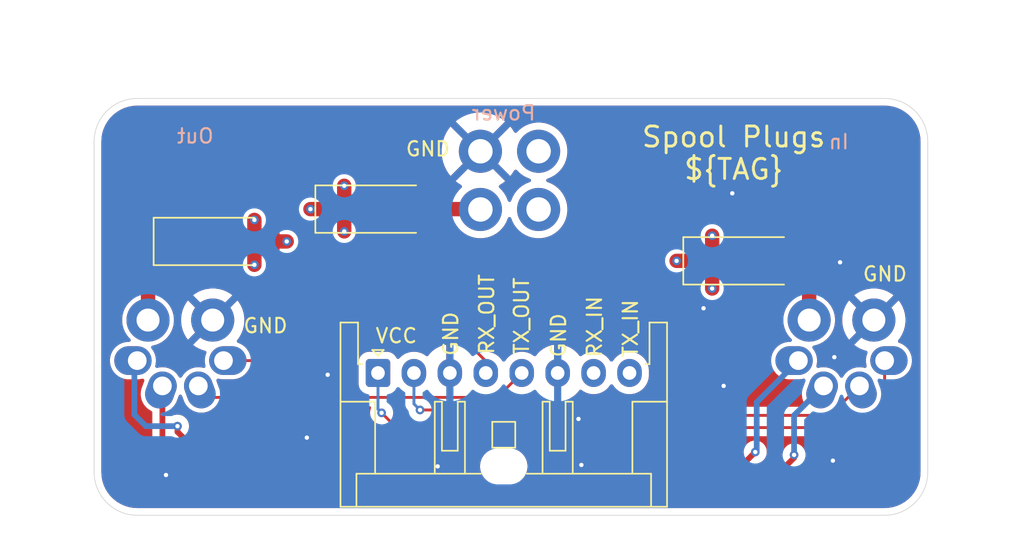
<source format=kicad_pcb>
(kicad_pcb (version 20241229) (generator "pcbnew") (generator_version "9.0")
  (layers (0 "F.Cu" signal) (4 "In1.Cu" signal) (6 "In2.Cu" signal) (2 "B.Cu" signal) (13 "F.Paste" user) (15 "B.Paste" user) (5 "F.SilkS" user "F.Silkscreen") (7 "B.SilkS" user "B.Silkscreen") (1 "F.Mask" user) (3 "B.Mask" user) (25 "Edge.Cuts" user))
  (net 0 "")
  (net 1 "GND")
  (net 2 "/Ch_GND")
  (net 3 "/VIN_BAT_PHY")
  (net 4 "/+Batt")
  (net 5 "RP2040_RX_OUT")
  (net 6 "RP2040_TX_IN")
  (net 7 "RP2040_RX_IN")
  (net 8 "RP2040_TX_OUT")
  (net 9 "SPEAKER_-")
  (net 10 "SPEAKER_+")
  (net 11 "/VOUT_PHY")
  (net 12 "VCC")
  (net 13 "/VIN_RX_PHY")
  (footprint "Diode_SMD:D_SMA_Handsoldering" (layer "F.Cu") (at 140.9 75.7)
    (property "Reference" "D201" (hide yes))
    (property "Value" "D_Shockley")
    (fp_line (start -4.51 -1.65) (end -4.51 1.65) (stroke (width 0.12)) (layer "F.SilkS"))
    (fp_line (start -4.51 -1.65) (end 2.5 -1.65) (stroke (width 0.12)) (layer "F.SilkS"))
    (fp_line (start -4.51 1.65) (end 2.5 1.65) (stroke (width 0.12)) (layer "F.SilkS"))
    (pad "1" smd roundrect (at -2.5 0) (size 3.5 1.8) (layers "F.Cu" "F.Mask" "F.Paste") (roundrect_rratio 0.1388888889) (net 12 "VCC"))
    (pad "2" smd roundrect (at 2.5 0) (size 3.5 1.8) (layers "F.Cu" "F.Mask" "F.Paste") (roundrect_rratio 0.1388888889) (net 3 "/VIN_BAT_PHY"))
  )
  (footprint "Connector_JST:JST_XA_S08B-XASK-1_1x08_P2.50mm_Horizontal" (layer "F.Cu") (at 140.75 87.1)
    (property "Reference" "J202" (hide yes))
    (property "Value" "Conn_01x08")
    (fp_line (start -2.61 -3.51) (end -2.61 9.31) (stroke (width 0.12)) (layer "F.SilkS"))
    (fp_line (start -2.61 9.31) (end 20.11 9.31) (stroke (width 0.12)) (layer "F.SilkS"))
    (fp_line (start -1.5 7.01) (end 7.15 7.01) (stroke (width 0.12)) (layer "F.SilkS"))
    (fp_line (start -1.5 9.31) (end -1.5 7.01) (stroke (width 0.12)) (layer "F.SilkS"))
    (fp_line (start -1.39 -3.51) (end -2.61 -3.51) (stroke (width 0.12)) (layer "F.SilkS"))
    (fp_line (start -1.39 -0.61) (end -1.39 -3.51) (stroke (width 0.12)) (layer "F.SilkS"))
    (fp_line (start -1.11 -0.61) (end -1.39 -0.61) (stroke (width 0.12)) (layer "F.SilkS"))
    (fp_line (start -0.4 -1.6) (end 0.4 -1.6) (stroke (width 0.12)) (layer "F.SilkS"))
    (fp_line (start -0.2 2) (end -2.61 2) (stroke (width 0.12)) (layer "F.SilkS"))
    (fp_line (start -0.2 7.01) (end -0.2 2) (stroke (width 0.12)) (layer "F.SilkS"))
    (fp_line (start 0 -1.2) (end -0.4 -1.6) (stroke (width 0.12)) (layer "F.SilkS"))
    (fp_line (start 0.4 -1.6) (end 0 -1.2) (stroke (width 0.12)) (layer "F.SilkS"))
    (fp_line (start 3.95 2) (end 3.95 7.01) (stroke (width 0.12)) (layer "F.SilkS"))
    (fp_line (start 4.45 2) (end 3.95 2) (stroke (width 0.12)) (layer "F.SilkS"))
    (fp_line (start 4.45 5.41) (end 4.45 2) (stroke (width 0.12)) (layer "F.SilkS"))
    (fp_line (start 5.55 2) (end 5.55 5.41) (stroke (width 0.12)) (layer "F.SilkS"))
    (fp_line (start 5.55 5.41) (end 4.45 5.41) (stroke (width 0.12)) (layer "F.SilkS"))
    (fp_line (start 6.05 2) (end 5.55 2) (stroke (width 0.12)) (layer "F.SilkS"))
    (fp_line (start 6.05 7.01) (end 6.05 2) (stroke (width 0.12)) (layer "F.SilkS"))
    (fp_line (start 10.35 7.01) (end 19 7.01) (stroke (width 0.12)) (layer "F.SilkS"))
    (fp_line (start 11.45 2) (end 11.95 2) (stroke (width 0.12)) (layer "F.SilkS"))
    (fp_line (start 11.45 7.01) (end 11.45 2) (stroke (width 0.12)) (layer "F.SilkS"))
    (fp_line (start 11.95 2) (end 11.95 5.41) (stroke (width 0.12)) (layer "F.SilkS"))
    (fp_line (start 11.95 5.41) (end 13.05 5.41) (stroke (width 0.12)) (layer "F.SilkS"))
    (fp_line (start 13.05 2) (end 13.55 2) (stroke (width 0.12)) (layer "F.SilkS"))
    (fp_line (start 13.05 5.41) (end 13.05 2) (stroke (width 0.12)) (layer "F.SilkS"))
    (fp_line (start 13.55 2) (end 13.55 7.01) (stroke (width 0.12)) (layer "F.SilkS"))
    (fp_line (start 17.7 2) (end 20.11 2) (stroke (width 0.12)) (layer "F.SilkS"))
    (fp_line (start 17.7 7.01) (end 17.7 2) (stroke (width 0.12)) (layer "F.SilkS"))
    (fp_line (start 18.89 -3.51) (end 18.89 -0.61) (stroke (width 0.12)) (layer "F.SilkS"))
    (fp_line (start 18.89 -0.61) (end 18.61 -0.61) (stroke (width 0.12)) (layer "F.SilkS"))
    (fp_line (start 19 7.01) (end 19 9.31) (stroke (width 0.12)) (layer "F.SilkS"))
    (fp_line (start 20.11 -3.51) (end 18.89 -3.51) (stroke (width 0.12)) (layer "F.SilkS"))
    (fp_line (start 20.11 9.31) (end 20.11 -3.51) (stroke (width 0.12)) (layer "F.SilkS"))
    (fp_rect (start 7.95 3.4) (end 9.55 5.2) (stroke (width 0.12)) (fill no) (layer "F.SilkS"))
    (pad "" np_thru_hole oval (at 8.75 6.5) (size 2.8 2) (drill oval 2.8 2) (layers "*.Cu" "*.Mask"))
    (pad "1" thru_hole roundrect (at 0 0) (size 1.7 1.95) (drill 0.95) (layers "*.Cu" "*.Mask") (roundrect_rratio 0.147059) (net 6 "RP2040_TX_IN"))
    (pad "2" thru_hole oval (at 2.5 0) (size 1.7 1.95) (drill 0.95) (layers "*.Cu" "*.Mask") (net 7 "RP2040_RX_IN"))
    (pad "3" thru_hole oval (at 5 0) (size 1.7 1.95) (drill 0.95) (layers "*.Cu" "*.Mask") (net 1 "GND"))
    (pad "4" thru_hole oval (at 7.5 0) (size 1.7 1.95) (drill 0.95) (layers "*.Cu" "*.Mask") (net 8 "RP2040_TX_OUT"))
    (pad "5" thru_hole oval (at 10 0) (size 1.7 1.95) (drill 0.95) (layers "*.Cu" "*.Mask") (net 5 "RP2040_RX_OUT"))
    (pad "6" thru_hole oval (at 12.5 0) (size 1.7 1.95) (drill 0.95) (layers "*.Cu" "*.Mask") (net 1 "GND"))
    (pad "7" thru_hole oval (at 15 0) (size 1.7 1.95) (drill 0.95) (layers "*.Cu" "*.Mask") (net 12 "VCC"))
    (pad "8" thru_hole oval (at 17.5 0) (size 1.7 1.95) (drill 0.95) (layers "*.Cu" "*.Mask") (net 12 "VCC"))
  )
  (footprint "Diode_SMD:D_SMA_Handsoldering" (layer "F.Cu") (at 129.65 77.95)
    (property "Reference" "D203" (hide yes))
    (property "Value" "D_Shockley")
    (fp_line (start -4.51 -1.65) (end -4.51 1.65) (stroke (width 0.12)) (layer "F.SilkS"))
    (fp_line (start -4.51 -1.65) (end 2.5 -1.65) (stroke (width 0.12)) (layer "F.SilkS"))
    (fp_line (start -4.51 1.65) (end 2.5 1.65) (stroke (width 0.12)) (layer "F.SilkS"))
    (pad "1" smd roundrect (at -2.5 0) (size 3.5 1.8) (layers "F.Cu" "F.Mask" "F.Paste") (roundrect_rratio 0.1388888889) (net 11 "/VOUT_PHY"))
    (pad "2" smd roundrect (at 2.5 0) (size 3.5 1.8) (layers "F.Cu" "F.Mask" "F.Paste") (roundrect_rratio 0.1388888889) (net 12 "VCC"))
  )
  (footprint "cacophony-library:jcon-2+4pin-m16" (layer "F.Cu") (at 127 85 180)
    (property "Reference" "J204" (hide yes))
    (property "Value" "JCON_M16_2+4Pin")
    (pad "1" thru_hole circle (at -2.25 1.58 270) (size 3 3) (drill 1.6) (layers "*.Cu" "*.Mask") (net 1 "GND") (clearance 0.3) (thermal_gap 0.7))
    (pad "2" thru_hole oval (at -3 -1.24 270) (size 2 2.6) (drill 1.3 (offset 0 -0.3)) (layers "*.Cu" "*.Mask") (net 8 "RP2040_TX_OUT") (clearance 0.3))
    (pad "3" thru_hole oval (at -1.25 -3 290) (size 2.6 2) (drill 1.3 (offset 0.3 0)) (layers "*.Cu" "*.Mask") (net 5 "RP2040_RX_OUT") (clearance 0.3))
    (pad "4" thru_hole oval (at 1.25 -3 340) (size 2 2.6) (drill 1.3 (offset 0 0.3)) (layers "*.Cu" "*.Mask") (net 10 "SPEAKER_+") (clearance 0.3))
    (pad "5" thru_hole oval (at 3 -1.24 180) (size 2.6 2) (drill 1.3 (offset 0.3 0)) (layers "*.Cu" "*.Mask") (net 9 "SPEAKER_-") (clearance 0.3))
    (pad "6" thru_hole circle (at 2.25 1.58 270) (size 3 3) (drill 1.6) (layers "*.Cu" "*.Mask") (net 11 "/VOUT_PHY") (clearance 0.3) (thermal_gap 0.7))
  )
  (footprint "cacophony-library:jcon-2+4pin-m16" (layer "F.Cu") (at 173 85 180)
    (property "Reference" "J203" (hide yes))
    (property "Value" "JCON_M16_2+4Pin")
    (pad "1" thru_hole circle (at -2.25 1.58 270) (size 3 3) (drill 1.6) (layers "*.Cu" "*.Mask") (net 1 "GND") (clearance 0.3) (thermal_gap 0.7))
    (pad "2" thru_hole oval (at -3 -1.24 270) (size 2 2.6) (drill 1.3 (offset 0 -0.3)) (layers "*.Cu" "*.Mask") (net 6 "RP2040_TX_IN") (clearance 0.3))
    (pad "3" thru_hole oval (at -1.25 -3 290) (size 2.6 2) (drill 1.3 (offset 0.3 0)) (layers "*.Cu" "*.Mask") (net 7 "RP2040_RX_IN") (clearance 0.3))
    (pad "4" thru_hole oval (at 1.25 -3 340) (size 2 2.6) (drill 1.3 (offset 0 0.3)) (layers "*.Cu" "*.Mask") (net 10 "SPEAKER_+") (clearance 0.3))
    (pad "5" thru_hole oval (at 3 -1.24 180) (size 2.6 2) (drill 1.3 (offset 0.3 0)) (layers "*.Cu" "*.Mask") (net 9 "SPEAKER_-") (clearance 0.3))
    (pad "6" thru_hole circle (at 2.25 1.58 270) (size 3 3) (drill 1.6) (layers "*.Cu" "*.Mask") (net 13 "/VIN_RX_PHY") (clearance 0.3) (thermal_gap 0.7))
  )
  (footprint "Diode_SMD:D_SMA_Handsoldering" (layer "F.Cu") (at 166.5 79.3)
    (property "Reference" "D202" (hide yes))
    (property "Value" "D_Shockley")
    (fp_line (start -4.51 -1.65) (end -4.51 1.65) (stroke (width 0.12)) (layer "F.SilkS"))
    (fp_line (start -4.51 -1.65) (end 2.5 -1.65) (stroke (width 0.12)) (layer "F.SilkS"))
    (fp_line (start -4.51 1.65) (end 2.5 1.65) (stroke (width 0.12)) (layer "F.SilkS"))
    (pad "1" smd roundrect (at -2.5 0) (size 3.5 1.8) (layers "F.Cu" "F.Mask" "F.Paste") (roundrect_rratio 0.1388888889) (net 12 "VCC"))
    (pad "2" smd roundrect (at 2.5 0) (size 3.5 1.8) (layers "F.Cu" "F.Mask" "F.Paste") (roundrect_rratio 0.1388888889) (net 13 "/VIN_RX_PHY"))
  )
  (footprint "cacophony-library:jcon-4pin_m16" (layer "F.Cu") (at 149.9 73.7 -90)
    (property "Reference" "J201" (hide yes))
    (property "Value" "JCON_M16_04Pin")
    (pad "1" thru_hole circle (at -2.025 2.025 270) (size 3 3) (drill 1.7) (layers "*.Cu" "*.Mask") (net 1 "GND") (thermal_gap 1.2))
    (pad "2" thru_hole circle (at 2.025 2.025 270) (size 3 3) (drill 1.7) (layers "*.Cu" "*.Mask") (net 3 "/VIN_BAT_PHY") (thermal_gap 0.7))
    (pad "3" thru_hole circle (at 2.025 -2.025 270) (size 3 3) (drill 1.7) (layers "*.Cu" "*.Mask") (net 2 "/Ch_GND") (thermal_gap 0.7))
    (pad "4" thru_hole circle (at -2.025 -2.025 270) (size 3 3) (drill 1.7) (layers "*.Cu" "*.Mask") (net 4 "/+Batt") (thermal_gap 0.7))
  )
  (gr_line (start 176 97) (end 124 97) (stroke (width 0.05)) (layer "Edge.Cuts"))
  (gr_line (start 121 94) (end 121 71) (stroke (width 0.05)) (layer "Edge.Cuts"))
  (gr_arc (start 124 97) (mid 121.87868 96.12132) (end 121 94) (stroke (width 0.05)) (layer "Edge.Cuts"))
  (gr_arc (start 121 71) (mid 121.87868 68.87868) (end 124 68) (stroke (width 0.05)) (layer "Edge.Cuts"))
  (gr_line (start 124 68) (end 176 68) (stroke (width 0.05)) (layer "Edge.Cuts"))
  (gr_arc (start 176 68) (mid 178.12132 68.87868) (end 179 71) (stroke (width 0.05)) (layer "Edge.Cuts"))
  (gr_line (start 179 71) (end 179 94) (stroke (width 0.05)) (layer "Edge.Cuts"))
  (gr_arc (start 179 94) (mid 178.12132 96.12132) (end 176 97) (stroke (width 0.05)) (layer "Edge.Cuts"))
  (gr_text "RX_IN" (at 156.4 86.1 90) (layer "F.SilkS") (effects (font (size 1 1)) (justify left bottom)))
  (gr_text "GND" (at 174.4 80.8 0) (layer "F.SilkS") (effects (font (size 1 1)) (justify left bottom)))
  (gr_text "TX_IN" (at 158.9 86.1 90) (layer "F.SilkS") (effects (font (size 1 1)) (justify left bottom)))
  (gr_text "RX_OUT" (at 148.9 85.9 90) (layer "F.SilkS") (effects (font (size 1 1)) (justify left bottom)))
  (gr_text "GND" (at 142.6 72.1 0) (layer "F.SilkS") (effects (font (size 1 1)) (justify left bottom)))
  (gr_text "GND" (at 146.4 86 90) (layer "F.SilkS") (effects (font (size 1 1)) (justify left bottom)))
  (gr_text "VCC" (at 140.5 85.1 0) (layer "F.SilkS") (effects (font (size 1 1)) (justify left bottom)))
  (gr_text "TX_OUT" (at 151.325 85.9 90) (layer "F.SilkS") (effects (font (size 1 1)) (justify left bottom)))
  (gr_text "Spool Plugs\n${TAG}" (at 165.5 73.75 0) (layer "F.SilkS") (effects (font (size 1.4 1.4) (thickness 0.2)) (justify bottom)))
  (gr_text "GND" (at 153.9 86.1 90) (layer "F.SilkS") (effects (font (size 1 1)) (justify left bottom)))
  (gr_text "GND" (at 131.3 84.4 0) (layer "F.SilkS") (effects (font (size 1 1)) (justify left bottom)))
  (gr_text "In" (at 173.6 71.6 0) (layer "B.SilkS") (effects (font (size 1 1)) (justify left bottom mirror)))
  (gr_text "Power" (at 151.8 69.6 0) (layer "B.SilkS") (effects (font (size 1 1)) (justify left bottom mirror)))
  (gr_text "Out" (at 129.4 71.2 0) (layer "B.SilkS") (effects (font (size 1 1)) (justify left bottom mirror)))
  (via (at 154.9 93.5) (size 0.6) (drill 0.3) (layers "F.Cu" "B.Cu") (net 1))
  (via (at 137.25 87.225) (size 0.6) (drill 0.3) (layers "F.Cu" "B.Cu") (net 1))
  (via (at 172.9 79.4) (size 0.6) (drill 0.3) (layers "F.Cu" "B.Cu") (net 1))
  (via (at 172.4 93.2) (size 0.6) (drill 0.3) (layers "F.Cu" "B.Cu") (net 1))
  (via (at 144.9 93.6) (size 0.6) (drill 0.3) (layers "F.Cu" "B.Cu") (net 1))
  (via (at 164.8 88) (size 0.6) (drill 0.3) (layers "F.Cu" "B.Cu") (net 1))
  (via (at 126 94.2) (size 0.6) (drill 0.3) (layers "F.Cu" "B.Cu") (net 1))
  (via (at 172.5 86) (size 0.6) (drill 0.3) (layers "F.Cu" "B.Cu") (net 1))
  (via (at 165.4 74.6) (size 0.6) (drill 0.3) (layers "F.Cu" "B.Cu") (net 1))
  (via (at 163.4 82.6) (size 0.6) (drill 0.3) (layers "F.Cu" "B.Cu") (net 1))
  (via (at 135.8 91.6) (size 0.6) (drill 0.3) (layers "F.Cu" "B.Cu") (net 1))
  (via (at 154.7 90.3) (size 0.6) (drill 0.3) (layers "F.Cu" "B.Cu") (net 1))
  (segment (start 147.85 75.7) (end 147.875 75.725) (width 1) (layer "F.Cu") (net 3))
  (segment (start 143.4 75.7) (end 147.85 75.7) (width 1) (layer "F.Cu") (net 3))
  (segment (start 129.05 88.8) (end 149.05 88.8) (width 0.2) (layer "F.Cu") (net 5))
  (segment (start 149.05 88.8) (end 150.75 87.1) (width 0.2) (layer "F.Cu") (net 5))
  (segment (start 128.25 88) (end 129.05 88.8) (width 0.2) (layer "F.Cu") (net 5))
  (segment (start 165.75 90.9) (end 142.025 90.9) (width 0.2) (layer "F.Cu") (net 6))
  (segment (start 176 89.161545) (end 174.261545 90.9) (width 0.2) (layer "F.Cu") (net 6))
  (segment (start 142.025 90.9) (end 141 89.875) (width 0.2) (layer "F.Cu") (net 6))
  (segment (start 174.261545 90.9) (end 165.75 90.9) (width 0.2) (layer "F.Cu") (net 6))
  (segment (start 176 86.24) (end 176 89.161545) (width 0.2) (layer "F.Cu") (net 6))
  (via (at 141 89.875) (size 0.6) (drill 0.3) (layers "F.Cu" "B.Cu") (net 6))
  (segment (start 141 89.875) (end 140.75 89.625) (width 0.2) (layer "B.Cu") (net 6))
  (segment (start 140.75 89.625) (end 140.75 87.1) (width 0.2) (layer "B.Cu") (net 6))
  (segment (start 155.301 90.051057) (end 154.924943 89.675) (width 0.2) (layer "F.Cu") (net 7))
  (segment (start 154.924943 89.675) (end 143.675 89.675) (width 0.2) (layer "F.Cu") (net 7))
  (segment (start 174.25 88) (end 172.198943 90.051057) (width 0.2) (layer "F.Cu") (net 7))
  (segment (start 172.198943 90.051057) (end 155.301 90.051057) (width 0.2) (layer "F.Cu") (net 7))
  (via (at 143.675 89.675) (size 0.6) (drill 0.3) (layers "F.Cu" "B.Cu") (net 7))
  (segment (start 143.25 89.25) (end 143.25 87.1) (width 0.2) (layer "B.Cu") (net 7))
  (segment (start 143.675 89.675) (end 143.25 89.25) (width 0.2) (layer "B.Cu") (net 7))
  (segment (start 148.25 86.275) (end 148.25 87.1) (width 0.2) (layer "F.Cu") (net 8))
  (segment (start 135.685 86.24) (end 137.975 83.95) (width 0.2) (layer "F.Cu") (net 8))
  (segment (start 137.975 83.95) (end 145.925 83.95) (width 0.2) (layer "F.Cu") (net 8))
  (segment (start 145.925 83.95) (end 148.25 86.275) (width 0.2) (layer "F.Cu") (net 8))
  (segment (start 130 86.24) (end 135.685 86.24) (width 0.2) (layer "F.Cu") (net 8))
  (segment (start 128.6 93) (end 126.8 91.2) (width 0.4) (layer "F.Cu") (net 9))
  (segment (start 126.8 91.2) (end 126.8 90.8) (width 0.4) (layer "F.Cu") (net 9))
  (segment (start 165.8 93.8) (end 159.1 93.8) (width 0.4) (layer "F.Cu") (net 9))
  (segment (start 140.85 93) (end 128.6 93) (width 0.4) (layer "F.Cu") (net 9))
  (segment (start 142.35 91.5) (end 140.85 93) (width 0.4) (layer "F.Cu") (net 9))
  (segment (start 159.1 93.8) (end 156.8 91.5) (width 0.4) (layer "F.Cu") (net 9))
  (segment (start 156.8 91.5) (end 142.35 91.5) (width 0.4) (layer "F.Cu") (net 9))
  (segment (start 167 92.6) (end 165.8 93.8) (width 0.4) (layer "F.Cu") (net 9))
  (segment (start 170 86.24) (end 168.96 86.24) (width 0.4) (layer "F.Cu") (net 9))
  (via (at 167 92.6) (size 0.6) (drill 0.3) (layers "F.Cu" "B.Cu") (net 9))
  (via (at 126.8 90.8) (size 0.6) (drill 0.3) (layers "F.Cu" "B.Cu") (net 9))
  (segment (start 123.8 86.44) (end 124 86.24) (width 0.4) (layer "B.Cu") (net 9))
  (segment (start 167.1 92.5) (end 167.1 89.14) (width 0.4) (layer "B.Cu") (net 9))
  (segment (start 126.8 90.8) (end 124.6 90.8) (width 0.4) (layer "B.Cu") (net 9))
  (segment (start 124.6 90.8) (end 123.8 90) (width 0.4) (layer "B.Cu") (net 9))
  (segment (start 123.8 90) (end 123.8 86.44) (width 0.4) (layer "B.Cu") (net 9))
  (segment (start 167.1 89.14) (end 170 86.24) (width 0.4) (layer "B.Cu") (net 9))
  (segment (start 167 92.6) (end 167.1 92.5) (width 0.4) (layer "B.Cu") (net 9))
  (segment (start 167.2 95.5) (end 169.7 93) (width 0.4) (layer "F.Cu") (net 10))
  (segment (start 125.75 92.35) (end 128.9 95.5) (width 0.4) (layer "F.Cu") (net 10))
  (segment (start 128.9 95.5) (end 167.2 95.5) (width 0.4) (layer "F.Cu") (net 10))
  (segment (start 125.75 88) (end 125.75 92.35) (width 0.4) (layer "F.Cu") (net 10))
  (segment (start 169.7 93) (end 169.7 92.8) (width 0.4) (layer "F.Cu") (net 10))
  (via (at 169.7 92.8) (size 0.6) (drill 0.3) (layers "F.Cu" "B.Cu") (net 10))
  (segment (start 169.7 90.05) (end 171.75 88) (width 0.4) (layer "B.Cu") (net 10))
  (segment (start 169.7 92.8) (end 169.7 90.05) (width 0.4) (layer "B.Cu") (net 10))
  (segment (start 124.75 83.42) (end 124.75 80.35) (width 1) (layer "F.Cu") (net 11))
  (segment (start 124.75 80.35) (end 127.15 77.95) (width 1) (layer "F.Cu") (net 11))
  (segment (start 164 79.3) (end 164 81.225) (width 1) (layer "F.Cu") (net 12))
  (segment (start 138.4 75.7) (end 138.4 74.075) (width 1) (layer "F.Cu") (net 12))
  (segment (start 132.15 77.95) (end 134.4 77.95) (width 1) (layer "F.Cu") (net 12))
  (segment (start 138.4 75.7) (end 138.4 77.25) (width 1) (layer "F.Cu") (net 12))
  (segment (start 132.15 77.95) (end 132.15 79.575) (width 1) (layer "F.Cu") (net 12))
  (segment (start 132.15 77.95) (end 132.15 76.45) (width 1) (layer "F.Cu") (net 12))
  (segment (start 138.4 75.7) (end 136.05 75.7) (width 1) (layer "F.Cu") (net 12))
  (segment (start 164 79.3) (end 161.525 79.3) (width 1) (layer "F.Cu") (net 12))
  (segment (start 164 79.3) (end 164 77.55) (width 1) (layer "F.Cu") (net 12))
  (via (at 134.4 77.95) (size 0.6) (drill 0.3) (layers "F.Cu" "B.Cu") (net 12))
  (via (at 136.05 75.7) (size 0.6) (drill 0.3) (layers "F.Cu" "B.Cu") (net 12))
  (via (at 161.525 79.3) (size 0.6) (drill 0.3) (layers "F.Cu" "B.Cu") (net 12))
  (via (at 164 81.225) (size 0.6) (drill 0.3) (layers "F.Cu" "B.Cu") (net 12))
  (via (at 164 77.55) (size 0.6) (drill 0.3) (layers "F.Cu" "B.Cu") (net 12))
  (via (at 132.15 79.575) (size 0.6) (drill 0.3) (layers "F.Cu" "B.Cu") (net 12))
  (via (at 138.4 77.25) (size 0.6) (drill 0.3) (layers "F.Cu" "B.Cu") (net 12))
  (via (at 132.15 76.45) (size 0.6) (drill 0.3) (layers "F.Cu" "B.Cu") (net 12))
  (via (at 138.4 74.075) (size 0.6) (drill 0.3) (layers "F.Cu" "B.Cu") (net 12))
  (segment (start 170.75 81.05) (end 169 79.3) (width 1) (layer "F.Cu") (net 13))
  (segment (start 170.75 83.42) (end 170.75 81.05) (width 1) (layer "F.Cu") (net 13))
  (zone (net 1) (net_name "GND") (layers "F.Cu" "B.Cu" "In1.Cu") (connect_pads (clearance 0.5)) (min_thickness 0.25) (fill yes (thermal_gap 1) (thermal_bridge_width 0.5))
    (polygon (pts (xy 185 65) (xy 185 100) (xy 115 100) (xy 115 65)))
  )
)
</source>
